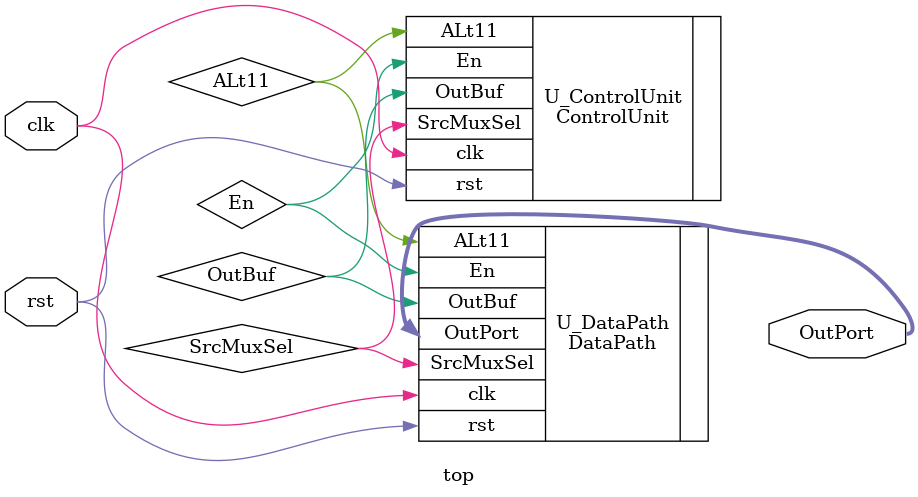
<source format=sv>
`timescale 1ns / 1ps

module top(
    input clk,
    input rst,
    output [7:0] OutPort
    );

    logic SrcMuxSel, En, OutBuf, ALt11;

    DataPath U_DataPath(
        .clk(clk),
        .rst(rst),
        .SrcMuxSel(SrcMuxSel),
        .En(En),
        .OutBuf(OutBuf),
        .ALt11(ALt11),
        .OutPort(OutPort)
    );

    ControlUnit U_ControlUnit(
        .clk(clk),
        .rst(rst),
        .ALt11(ALt11),
        .SrcMuxSel(SrcMuxSel),
        .En(En),
        .OutBuf(OutBuf)
    );
    
endmodule

</source>
